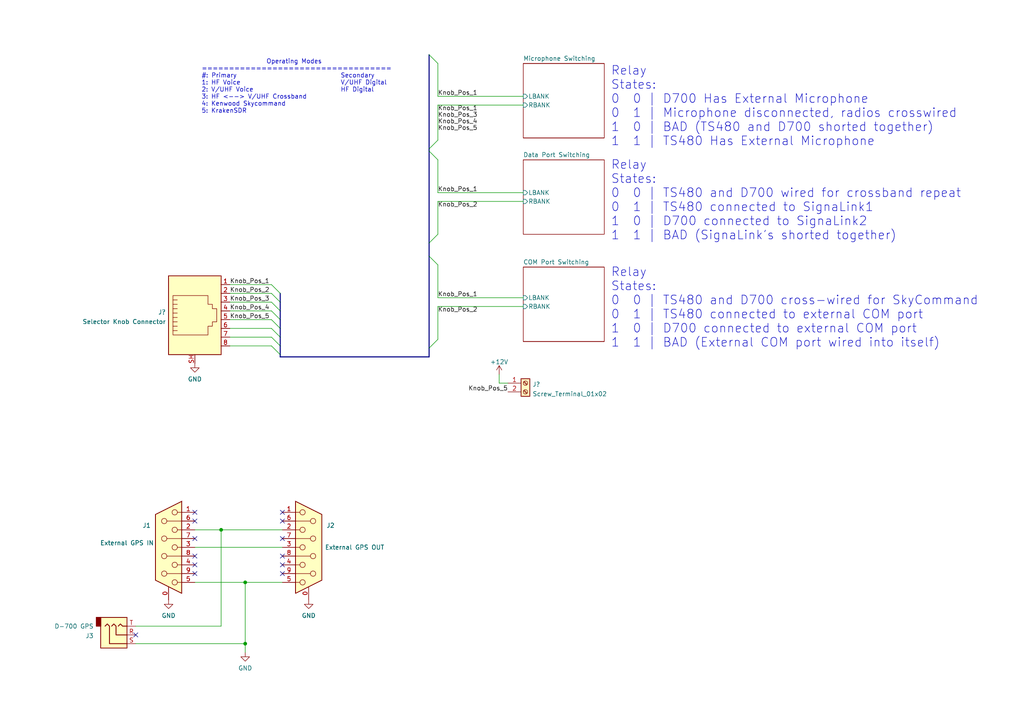
<source format=kicad_sch>
(kicad_sch (version 20211123) (generator eeschema)
  (paper "A4")
  (lib_symbols
    (symbol "Connector:AudioJack3"
      (property "Reference" "J" (at 0 8.89 0))
      (property "Value" "AudioJack3" (at 0 6.35 0))
      (symbol "AudioJack3_0_1"
        (rectangle (start -5.08 -5.08) (end -6.35 -2.54) (stroke (width 0.254)) (fill (type outline)))
        (polyline (pts (xy 0 -2.54) (xy 0.635 -3.175) (xy 1.27 -2.54) (xy 2.54 -2.54)) (stroke (width 0.254)))
        (polyline (pts (xy -1.905 -2.54) (xy -1.27 -3.175) (xy -0.635 -2.54) (xy -0.635 0) (xy 2.54 0)) (stroke (width 0.254)))
        (polyline (pts (xy 2.54 2.54) (xy -2.54 2.54) (xy -2.54 -2.54) (xy -3.175 -3.175) (xy -3.81 -2.54)) (stroke (width 0.254)))
        (rectangle (start 2.54 3.81) (end -5.08 -5.08) (stroke (width 0.254)) (fill (type background)))
      )
      (symbol "AudioJack3_1_1"
        (pin passive line (at 5.08 0 180) (length 2.54) (name "~") (number "R"))
        (pin passive line (at 5.08 2.54 180) (length 2.54) (name "~") (number "S"))
        (pin passive line (at 5.08 -2.54 180) (length 2.54) (name "~") (number "T"))
      )
    )
    (symbol "Connector:DB9_Female_MountingHoles" (pin_names (offset 1.016) hide)
      (property "Reference" "J" (at 0 16.51 0))
      (property "Value" "DB9_Female_MountingHoles" (at 0 14.605 0))
      (symbol "DB9_Female_MountingHoles_0_1"
        (circle (center -1.778 -10.16) (radius 0.762))
        (circle (center -1.778 -5.08) (radius 0.762))
        (circle (center -1.778 0) (radius 0.762))
        (circle (center -1.778 5.08) (radius 0.762))
        (circle (center -1.778 10.16) (radius 0.762))
        (polyline (pts (xy -3.81 -10.16) (xy -2.54 -10.16)))
        (polyline (pts (xy -3.81 -7.62) (xy 0.508 -7.62)))
        (polyline (pts (xy -3.81 -5.08) (xy -2.54 -5.08)))
        (polyline (pts (xy -3.81 -2.54) (xy 0.508 -2.54)))
        (polyline (pts (xy -3.81 0) (xy -2.54 0)))
        (polyline (pts (xy -3.81 2.54) (xy 0.508 2.54)))
        (polyline (pts (xy -3.81 5.08) (xy -2.54 5.08)))
        (polyline (pts (xy -3.81 7.62) (xy 0.508 7.62)))
        (polyline (pts (xy -3.81 10.16) (xy -2.54 10.16)))
        (polyline (pts (xy -3.81 13.335) (xy -3.81 -13.335) (xy 3.81 -9.525) (xy 3.81 9.525) (xy -3.81 13.335)) (stroke (width 0.254)) (fill (type background)))
        (circle (center 1.27 -7.62) (radius 0.762))
        (circle (center 1.27 -2.54) (radius 0.762))
        (circle (center 1.27 2.54) (radius 0.762))
        (circle (center 1.27 7.62) (radius 0.762))
      )
      (symbol "DB9_Female_MountingHoles_1_1"
        (pin passive line (at 0 -15.24 90) (length 3.81) (name "PAD") (number "0"))
        (pin passive line (at -7.62 10.16 0) (length 3.81) (name "1") (number "1"))
        (pin passive line (at -7.62 5.08 0) (length 3.81) (name "2") (number "2"))
        (pin passive line (at -7.62 0 0) (length 3.81) (name "3") (number "3"))
        (pin passive line (at -7.62 -5.08 0) (length 3.81) (name "4") (number "4"))
        (pin passive line (at -7.62 -10.16 0) (length 3.81) (name "5") (number "5"))
        (pin passive line (at -7.62 7.62 0) (length 3.81) (name "6") (number "6"))
        (pin passive line (at -7.62 2.54 0) (length 3.81) (name "7") (number "7"))
        (pin passive line (at -7.62 -2.54 0) (length 3.81) (name "8") (number "8"))
        (pin passive line (at -7.62 -7.62 0) (length 3.81) (name "9") (number "9"))
      )
    )
    (symbol "Connector:RJ32_Shielded" (pin_names (offset 1.016))
      (property "Reference" "J?" (at 0 16.6665 0))
      (property "Value" "Selector Knob Connector" (at 0 13.8914 0))
      (symbol "RJ32_Shielded_0_1"
        (polyline (pts (xy -5.08 4.445) (xy -6.35 4.445)))
        (polyline (pts (xy -5.08 5.715) (xy -6.35 5.715)))
        (polyline (pts (xy -6.35 -3.175) (xy -5.08 -3.175) (xy -5.08 -3.175)))
        (polyline (pts (xy -6.35 -1.905) (xy -5.08 -1.905) (xy -5.08 -1.905)))
        (polyline (pts (xy -6.35 -0.635) (xy -5.08 -0.635) (xy -5.08 -0.635)))
        (polyline (pts (xy -6.35 0.635) (xy -5.08 0.635) (xy -5.08 0.635)))
        (polyline (pts (xy -6.35 1.905) (xy -5.08 1.905) (xy -5.08 1.905)))
        (polyline (pts (xy -5.08 3.175) (xy -6.35 3.175) (xy -6.35 3.175)))
        (polyline (pts (xy -6.35 -4.445) (xy -6.35 6.985) (xy 3.81 6.985) (xy 3.81 4.445) (xy 5.08 4.445) (xy 5.08 3.175) (xy 6.35 3.175) (xy 6.35 -0.635) (xy 5.08 -0.635) (xy 5.08 -1.905) (xy 3.81 -1.905) (xy 3.81 -4.445) (xy -6.35 -4.445) (xy -6.35 -4.445)))
        (rectangle (start 7.62 12.7) (end -7.62 -10.16) (stroke (width 0.254)) (fill (type background)))
      )
      (symbol "RJ32_Shielded_1_1"
        (pin passive line (at 10.16 -7.62 180) (length 2.54) (name "~") (number "1"))
        (pin passive line (at 10.16 -5.08 180) (length 2.54) (name "~") (number "2"))
        (pin passive line (at 10.16 -2.54 180) (length 2.54) (name "~") (number "3"))
        (pin passive line (at 10.16 0 180) (length 2.54) (name "~") (number "4"))
        (pin passive line (at 10.16 2.54 180) (length 2.54) (name "~") (number "5"))
        (pin passive line (at 10.16 5.08 180) (length 2.54) (name "~") (number "6"))
        (pin passive line (at 10.16 7.62 180) (length 2.54) (name "~") (number "7"))
        (pin passive line (at 10.16 10.16 180) (length 2.54) (name "~") (number "8"))
        (pin passive line (at 0 15.24 270) (length 2.54) (name "~") (number "SH"))
      )
    )
    (symbol "Connector:Screw_Terminal_01x02" (pin_names (offset 1.016) hide)
      (property "Reference" "J" (at 0 2.54 0))
      (property "Value" "Screw_Terminal_01x02" (at 0 -5.08 0))
      (symbol "Screw_Terminal_01x02_1_1"
        (rectangle (start -1.27 1.27) (end 1.27 -3.81) (stroke (width 0.254)) (fill (type background)))
        (circle (center 0 -2.54) (radius 0.635) (stroke (width 0.1524)))
        (polyline (pts (xy -0.5334 -2.2098) (xy 0.3302 -3.048)) (stroke (width 0.1524)))
        (polyline (pts (xy -0.5334 0.3302) (xy 0.3302 -0.508)) (stroke (width 0.1524)))
        (polyline (pts (xy -0.3556 -2.032) (xy 0.508 -2.8702)) (stroke (width 0.1524)))
        (polyline (pts (xy -0.3556 0.508) (xy 0.508 -0.3302)) (stroke (width 0.1524)))
        (circle (center 0 0) (radius 0.635) (stroke (width 0.1524)))
        (pin passive line (at -5.08 0 0) (length 3.81) (name "Pin_1") (number "1"))
        (pin passive line (at -5.08 -2.54 0) (length 3.81) (name "Pin_2") (number "2"))
      )
    )
    (symbol "power:+12V" (power) (pin_names (offset 0))
      (property "Value" "+12V" (at 0 3.556 0))
      (symbol "+12V_0_1"
        (polyline (pts (xy -0.762 1.27) (xy 0 2.54)))
        (polyline (pts (xy 0 0) (xy 0 2.54)))
        (polyline (pts (xy 0 2.54) (xy 0.762 1.27)))
      )
      (symbol "+12V_1_1"
        (pin power_in line (at 0 0 90) (length 0) hide (name "+12V") (number "1"))
      )
    )
    (symbol "power:GND" (power) (pin_names (offset 0))
      (property "Value" "GND" (at 0 -3.81 0))
      (symbol "GND_0_1"
        (polyline (pts (xy 0 0) (xy 0 -1.27) (xy 1.27 -1.27) (xy 0 -2.54) (xy -1.27 -1.27) (xy 0 -1.27)))
      )
      (symbol "GND_1_1"
        (pin power_in line (at 0 0 270) (length 0) hide (name "GND") (number "1"))
      )
    )
  )
  (bus_alias "D-700_GPS" (members "GND" "OUT" "IN"))
  (bus_alias "EXTERNAL_GPS_IN" (members "GND" "OUT" "IN"))
  (bus_alias "EXTERNAL_GPS_OUT" (members "GND" "OUT" "IN"))
  (junction (at 64.135 153.67))
  (junction (at 71.12 186.69))
  (junction (at 71.12 168.91))
  (no_connect (at 56.515 151.13))
  (no_connect (at 56.515 166.37))
  (no_connect (at 81.915 148.59))
  (no_connect (at 56.515 163.83))
  (no_connect (at 39.37 184.15))
  (no_connect (at 81.915 161.29))
  (no_connect (at 81.915 156.21))
  (no_connect (at 56.515 161.29))
  (no_connect (at 81.915 151.13))
  (no_connect (at 56.515 148.59))
  (no_connect (at 56.515 156.21))
  (no_connect (at 81.915 163.83))
  (no_connect (at 81.915 166.37))
  (bus_entry (at 81.28 95.25) (size -2.54 -2.54))
  (bus_entry (at 81.28 85.09) (size -2.54 -2.54))
  (bus_entry (at 81.28 87.63) (size -2.54 -2.54))
  (bus_entry (at 81.28 90.17) (size -2.54 -2.54))
  (bus_entry (at 81.28 102.87) (size -2.54 -2.54))
  (bus_entry (at 81.28 97.79) (size -2.54 -2.54))
  (bus_entry (at 81.28 100.33) (size -2.54 -2.54))
  (bus_entry (at 81.28 92.71) (size -2.54 -2.54))
  (bus_entry (at 127 76.835) (size -2.54 -2.54))
  (bus_entry (at 127 67.945) (size -2.54 2.54))
  (bus_entry (at 127 40.64) (size -2.54 2.54))
  (bus_entry (at 127 46.355) (size -2.54 -2.54))
  (bus_entry (at 127 98.425) (size -2.54 2.54))
  (bus_entry (at 127 18.415) (size -2.54 -2.54))
  (wire (pts (xy 127 86.36) (xy 127 76.835)))
  (wire (pts (xy 127 88.9) (xy 127 98.425)))
  (wire (pts (xy 147.32 111.125) (xy 144.78 111.125)))
  (bus (pts (xy 124.46 103.505) (xy 81.28 103.505)))
  (wire (pts (xy 66.675 82.55) (xy 78.74 82.55)))
  (wire (pts (xy 39.37 181.61) (xy 64.135 181.61)))
  (bus (pts (xy 81.28 97.79) (xy 81.28 100.33)))
  (wire (pts (xy 71.12 168.91) (xy 81.915 168.91)))
  (bus (pts (xy 81.28 90.17) (xy 81.28 92.71)))
  (bus (pts (xy 81.28 85.09) (xy 81.28 87.63)))
  (wire (pts (xy 56.515 158.75) (xy 81.915 158.75)))
  (wire (pts (xy 151.765 27.94) (xy 127 27.94)))
  (wire (pts (xy 127 58.42) (xy 127 67.945)))
  (wire (pts (xy 127 55.88) (xy 127 46.355)))
  (wire (pts (xy 151.765 58.42) (xy 127 58.42)))
  (wire (pts (xy 64.135 181.61) (xy 64.135 153.67)))
  (wire (pts (xy 151.765 55.88) (xy 127 55.88)))
  (bus (pts (xy 81.28 92.71) (xy 81.28 95.25)))
  (bus (pts (xy 124.46 74.295) (xy 124.46 100.965)))
  (bus (pts (xy 124.46 43.815) (xy 124.46 70.485)))
  (wire (pts (xy 64.135 153.67) (xy 81.915 153.67)))
  (wire (pts (xy 71.12 186.69) (xy 71.12 168.91)))
  (bus (pts (xy 81.28 102.87) (xy 81.28 103.505)))
  (bus (pts (xy 124.46 70.485) (xy 124.46 74.295)))
  (bus (pts (xy 81.28 100.33) (xy 81.28 102.87)))
  (wire (pts (xy 66.675 92.71) (xy 78.74 92.71)))
  (wire (pts (xy 66.675 85.09) (xy 78.74 85.09)))
  (wire (pts (xy 56.515 168.91) (xy 71.12 168.91)))
  (bus (pts (xy 124.46 43.18) (xy 124.46 43.815)))
  (wire (pts (xy 56.515 153.67) (xy 64.135 153.67)))
  (wire (pts (xy 66.675 87.63) (xy 78.74 87.63)))
  (wire (pts (xy 39.37 186.69) (xy 71.12 186.69)))
  (bus (pts (xy 81.28 87.63) (xy 81.28 90.17)))
  (wire (pts (xy 127 27.94) (xy 127 18.415)))
  (bus (pts (xy 81.28 95.25) (xy 81.28 97.79)))
  (wire (pts (xy 151.765 86.36) (xy 127 86.36)))
  (wire (pts (xy 71.12 189.23) (xy 71.12 186.69)))
  (wire (pts (xy 66.675 90.17) (xy 78.74 90.17)))
  (wire (pts (xy 66.675 95.25) (xy 78.74 95.25)))
  (wire (pts (xy 127 30.48) (xy 127 40.64)))
  (wire (pts (xy 66.675 100.33) (xy 78.74 100.33)))
  (wire (pts (xy 151.765 88.9) (xy 127 88.9)))
  (bus (pts (xy 124.46 15.875) (xy 124.46 43.18)))
  (wire (pts (xy 66.675 97.79) (xy 78.74 97.79)))
  (wire (pts (xy 144.78 108.585) (xy 144.78 111.125)))
  (bus (pts (xy 124.46 100.965) (xy 124.46 103.505)))
  (wire (pts (xy 151.765 30.48) (xy 127 30.48)))
  (text "Relay\nStates:\n0  0 | TS480 and D700 cross-wired for SkyCommand\n0  1 | TS480 connected to external COM port\n1  0 | D700 connected to external COM port\n1  1 | BAD (External COM port wired into itself)" (at 177.165 100.965 0) (effects (font (size 2.54 2.54)) (justify left bottom)))
  (text "Relay\nStates:\n0  0 | TS480 and D700 wired for crossband repeat\n0  1 | TS480 connected to SignaLink1\n1  0 | D700 connected to SignaLink2\n1  1 | BAD (SignaLink's shorted together)" (at 177.165 69.85 0) (effects (font (size 2.54 2.54)) (justify left bottom)))
  (text "			    Operating Modes\n===================================\n#: Primary						Secondary\n1: HF Voice						V/UHF Digital\n2: V/UHF Voice					HF Digital\n3: HF <--> V/UHF Crossband 	\n4: Kenwood Skycommand		\n5: KrakenSDR" (at 58.42 33.02 0) (effects (font (size 1.27 1.27)) (justify left bottom)))
  (text "Relay\nStates:\n0  0 | D700 Has External Microphone\n0  1 | Microphone disconnected, radios crosswired\n1  0 | BAD (TS480 and D700 shorted together) \n1  1 | TS480 Has External Microphone " (at 177.165 42.545 0) (effects (font (size 2.54 2.54)) (justify left bottom)))
  (label "Knob_Pos_5" (at 127 38.1 0))
  (label "Knob_Pos_3" (at 66.675 87.63 0))
  (label "Knob_Pos_5" (at 66.675 92.71 0))
  (label "Knob_Pos_1" (at 127 27.94 0))
  (label "Knob_Pos_4" (at 66.675 90.17 0))
  (label "Knob_Pos_3" (at 127 34.29 0))
  (label "Knob_Pos_2" (at 127 60.325 0))
  (label "Knob_Pos_2" (at 127 90.805 0))
  (label "Knob_Pos_4" (at 127 36.195 0))
  (label "Knob_Pos_1" (at 127 86.36 0))
  (label "Knob_Pos_2" (at 66.675 85.09 0))
  (label "Knob_Pos_1" (at 127 32.385 0))
  (label "Knob_Pos_1" (at 127 55.88 0))
  (label "Knob_Pos_5" (at 147.32 113.665 180))
  (label "Knob_Pos_1" (at 66.675 82.55 0))
  (symbol (lib_id "power:GND") (at 71.12 189.23 0) (unit 1)
    (property "Reference" "#PWR0101" (effects hide))
    (property "Value" "GND" (at 71.12 193.7925 0))
  )
  (symbol (lib_id "power:+12V") (at 144.78 108.585 0) (unit 1)
    (property "Reference" "#PWR?" (effects hide))
    (property "Value" "+12V" (at 144.78 104.9805 0))
  )
  (symbol (lib_id "Connector:DB9_Female_MountingHoles") (at 48.895 158.75 0) (mirror y) (unit 1)
    (property "Reference" "J1" (at 42.545 152.4 0))
    (property "Value" "External GPS IN" (at 36.83 157.48 0))
    (property "Footprint" "Connector_Dsub:DSUB-9_Male_Horizontal_P2.77x2.84mm_EdgePinOffset4.94mm_Housed_MountingHolesOffset7.48mm" (effects hide))
    (property "Datasheet" " ~" (effects hide))
  )
  (symbol (lib_id "Connector:RJ32_Shielded") (at 56.515 90.17 0) (mirror x) (unit 1)
    (property "Reference" "J?" (at 48.133 90.5315 0) (effects (justify right)))
    (property "Value" "Selector Knob Connector" (at 48.133 93.3066 0) (effects (justify right)))
  )
  (symbol (lib_id "power:GND") (at 89.535 173.99 0) (unit 1)
    (property "Reference" "#PWR?" (effects hide))
    (property "Value" "GND" (at 89.535 178.5525 0))
  )
  (symbol (lib_id "Connector:DB9_Female_MountingHoles") (at 89.535 158.75 0) (unit 1)
    (property "Reference" "J2" (at 95.885 152.4 0))
    (property "Value" "External GPS OUT" (at 102.87 158.75 0))
    (property "Footprint" "Connector_Dsub:DSUB-9_Male_Horizontal_P2.77x2.84mm_EdgePinOffset4.94mm_Housed_MountingHolesOffset7.48mm" (effects hide))
    (property "Datasheet" " ~" (effects hide))
  )
  (symbol (lib_id "power:GND") (at 56.515 105.41 0) (unit 1)
    (property "Reference" "#PWR?" (effects hide))
    (property "Value" "GND" (at 56.515 109.9725 0))
  )
  (symbol (lib_id "Connector:AudioJack3") (at 34.29 184.15 0) (mirror x) (unit 1)
    (property "Reference" "J3" (at 27.178 184.4235 0) (effects (justify right)))
    (property "Value" "D-700 GPS" (at 27.178 181.6484 0) (effects (justify right)))
    (property "Footprint" "Connector_Audio:Jack_3.5mm_Switronic_ST-005-G_horizontal" (effects hide))
  )
  (symbol (lib_id "power:GND") (at 48.895 173.99 0) (unit 1)
    (property "Reference" "#PWR?" (effects hide))
    (property "Value" "GND" (at 48.895 178.5525 0))
  )
  (symbol (lib_id "Connector:Screw_Terminal_01x02") (at 152.4 111.125 0) (unit 1)
    (property "Reference" "J?" (at 154.432 111.4865 0) (effects (justify left)))
    (property "Value" "Screw_Terminal_01x02" (at 154.432 114.2616 0) (effects (justify left)))
    (property "Footprint" "TerminalBlock_Phoenix:TerminalBlock_Phoenix_MKDS-1,5-2_1x02_P5.00mm_Horizontal" (effects hide))
  )
  (sheet (at 151.765 18.415) (size 23.495 21.59) (stroke (width 0.1524))
    (property "Sheet name" "Microphone Switching" (at 151.765 17.7034 0) (effects (justify left bottom)))
    (property "Sheet file" "MicSwitch.kicad_sch" (effects hide))
    (pin "LBANK" input (at 151.765 27.94 180))
    (pin "RBANK" input (at 151.765 30.48 180))
  )
  (sheet (at 151.765 46.355) (size 23.495 21.59) (stroke (width 0.1524))
    (property "Sheet name" "Data Port Switching" (at 151.765 45.6434 0) (effects (justify left bottom)))
    (property "Sheet file" "DataSwitching.kicad_sch" (effects hide))
    (pin "LBANK" input (at 151.765 55.88 180))
    (pin "RBANK" input (at 151.765 58.42 180))
  )
  (sheet (at 151.765 77.47) (size 23.495 21.59) (stroke (width 0.1524))
    (property "Sheet name" "COM Port Switching" (at 151.765 76.7584 0) (effects (justify left bottom)))
    (property "Sheet file" "COMSwitching.kicad_sch" (effects hide))
    (pin "LBANK" input (at 151.765 86.36 180))
    (pin "RBANK" input (at 151.765 88.9 180))
  )
)
</source>
